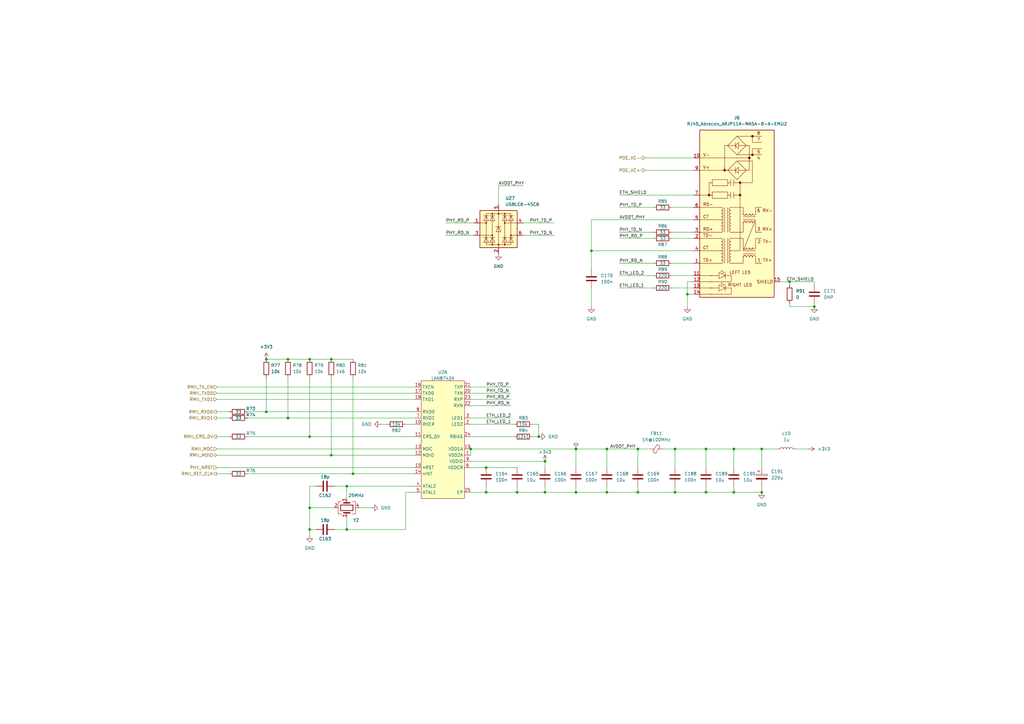
<source format=kicad_sch>
(kicad_sch (version 20211123) (generator eeschema)
  (paper "A3")
  (title_block (title "Kirdy") (date "2022-07-03") (rev "r0.1") (company "M-Labs") (comment 1 "Alex Wong Tat Hang"))
  (lib_symbols
    (symbol "Connector:RJ45_Abracon_ARJP11A-MASA-B-A-EMU2" (pin_names (offset 1.016) hide)
      (property "Reference" "J" (at 0 -38.1 0))
      (property "Value" "RJ45_Abracon_ARJP11A-MASA-B-A-EMU2" (at 0 -35.56 0))
      (symbol "RJ45_Abracon_ARJP11A-MASA-B-A-EMU2_0_0"
        (rectangle (start -15.24 -34.29) (end 15.24 34.29) (stroke (width 0.254)) (fill (type background)))
        (rectangle (start -3.81 8.89) (end -10.16 6.35))
        (polyline (pts (xy -15.24 -33.02) (xy -10.16 -33.02)))
        (polyline (pts (xy -15.24 -30.48) (xy -10.16 -30.48)))
        (polyline (pts (xy -15.24 -27.94) (xy -10.16 -27.94)))
        (polyline (pts (xy -15.24 -25.4) (xy -10.16 -25.4)))
        (polyline (pts (xy -15.24 -20.32) (xy -10.16 -20.32)))
        (polyline (pts (xy -15.24 -15.24) (xy -10.16 -15.24)))
        (polyline (pts (xy -15.24 -10.16) (xy -10.16 -10.16)))
        (polyline (pts (xy -15.24 -7.62) (xy -10.16 -7.62)))
        (polyline (pts (xy -15.24 -2.54) (xy -10.16 -2.54)))
        (polyline (pts (xy -15.24 2.54) (xy -10.16 2.54)))
        (polyline (pts (xy -15.24 22.86) (xy 5.08 22.86)))
        (polyline (pts (xy -11.43 7.62) (xy -15.24 7.62)))
        (polyline (pts (xy -11.176 -25.4) (xy -7.366 -25.4)))
        (polyline (pts (xy -10.16 7.62) (xy -11.43 7.62)))
        (polyline (pts (xy -5.08 17.78) (xy -15.24 17.78)))
        (polyline (pts (xy -5.08 17.78) (xy -3.81 17.78)))
        (polyline (pts (xy -5.08 19.05) (xy -5.08 17.78)))
        (polyline (pts (xy -3.81 7.62) (xy -2.54 7.62)))
        (polyline (pts (xy -3.81 12.7) (xy -2.54 12.7)))
        (polyline (pts (xy -2.54 8.89) (xy -2.54 6.35)))
        (polyline (pts (xy -1.27 8.89) (xy -1.27 6.35)))
        (polyline (pts (xy -1.27 13.97) (xy -1.27 11.43)))
        (polyline (pts (xy 0 21.59) (xy 6.35 21.59)))
        (polyline (pts (xy 0 24.13) (xy 10.16 24.13)))
        (polyline (pts (xy 0 31.75) (xy 10.16 31.75)))
        (polyline (pts (xy 1.27 10.16) (xy 1.27 12.7)))
        (polyline (pts (xy -10.16 12.7) (xy -11.43 12.7) (xy -11.43 7.62)))
        (polyline (pts (xy -3.81 27.94) (xy -5.08 27.94) (xy -5.08 17.78)))
        (polyline (pts (xy -1.27 12.7) (xy 0 12.7) (xy 1.27 12.7)))
        (polyline (pts (xy 1.27 12.7) (xy 6.35 12.7) (xy 6.35 21.59)))
        (polyline (pts (xy 6.35 24.13) (xy 6.35 26.67) (xy 10.16 26.67)))
        (polyline (pts (xy 6.35 31.75) (xy 6.35 29.21) (xy 10.16 29.21)))
        (polyline (pts (xy -4.826 -25.4) (xy -2.286 -25.4) (xy -2.286 -27.94) (xy -11.176 -27.94)))
        (polyline (pts (xy -2.54 -15.24) (xy -1.27 -15.24) (xy 1.27 -15.24) (xy 1.27 10.16)))
        (polyline (pts (xy 3.81 17.78) (xy 5.08 17.78) (xy 5.08 27.94) (xy 3.81 27.94)))
        (polyline (pts (xy -3.81 17.78) (xy 0 13.97) (xy 3.81 17.78) (xy 0 21.59) (xy -3.81 17.78)))
        (circle (center 1.27 7.62) (radius 0.0001) (stroke (width 0.508)))
        (text "1 TX+" (at 11.43 -19.05 0) (effects (font (size 1.27 1.27))))
        (text "2 TX-" (at 11.43 -11.43 0) (effects (font (size 1.27 1.27))))
        (text "3 RX+" (at 11.43 -6.35 0) (effects (font (size 1.27 1.27))))
        (text "4" (at 8.89 22.86 0) (effects (font (size 1.27 1.27))))
        (text "5" (at 8.89 25.4 0) (effects (font (size 1.27 1.27))))
        (text "6 RX-" (at 11.43 1.27 0) (effects (font (size 1.27 1.27))))
        (text "7" (at 8.89 30.48 0) (effects (font (size 1.27 1.27))))
        (text "8" (at 8.89 33.02 0) (effects (font (size 1.27 1.27))))
        (text "CT" (at -13.97 -1.27 0) (effects (font (size 1.27 1.27)) (justify left)))
        (text "LEFT LED" (at 1.27 -24.13 0) (effects (font (size 1.27 1.27))))
        (text "RD-" (at -13.97 3.81 0) (effects (font (size 1.27 1.27)) (justify left)))
        (text "SHIELD" (at 11.43 -27.94 0) (effects (font (size 1.27 1.27))))
        (text "V+" (at -13.97 19.05 0) (effects (font (size 1.27 1.27)) (justify left)))
        (text "V-" (at -13.97 24.13 0) (effects (font (size 1.27 1.27)) (justify left)))
      )
      (symbol "RJ45_Abracon_ARJP11A-MASA-B-A-EMU2_0_1"
        (arc (start -6.35 -16.51) (mid -5.715 -15.875) (end -6.35 -15.24))
        (arc (start -6.35 -15.24) (mid -5.715 -14.605) (end -6.35 -13.97))
        (arc (start -6.35 -13.97) (mid -6.35 -16.51) (end -6.35 -13.97))
        (arc (start -6.35 -11.43) (mid -5.715 -10.795) (end -6.35 -10.16))
        (polyline (pts (xy -6.35 -20.32) (xy -10.16 -20.32)))
        (polyline (pts (xy -6.35 -15.24) (xy -10.16 -15.24)))
        (polyline (pts (xy -6.35 -10.16) (xy -10.16 -10.16)))
        (polyline (pts (xy -6.35 -7.62) (xy -10.16 -7.62)))
        (polyline (pts (xy -6.35 -2.54) (xy -10.16 -2.54)))
        (polyline (pts (xy -6.35 2.54) (xy -10.16 2.54)))
        (polyline (pts (xy -6.096 -28.448) (xy -6.35 -28.448)))
        (polyline (pts (xy -5.334 -28.956) (xy -5.588 -28.956)))
        (polyline (pts (xy -4.826 -24.13) (xy -4.826 -26.67)))
        (polyline (pts (xy -1.27 7.62) (xy 1.27 7.62)))
        (polyline (pts (xy -0.635 17.78) (xy -3.81 17.78)))
        (polyline (pts (xy -0.635 19.05) (xy -0.635 16.51)))
        (polyline (pts (xy 0.635 17.78) (xy 3.81 17.78)))
        (polyline (pts (xy -6.604 -28.956) (xy -6.096 -28.448) (xy -6.096 -28.702)))
        (polyline (pts (xy -5.842 -29.464) (xy -5.334 -28.956) (xy -5.334 -29.21)))
        (polyline (pts (xy -7.366 -24.13) (xy -7.366 -26.67) (xy -4.826 -25.4) (xy -7.366 -24.13)))
        (polyline (pts (xy 0.635 19.05) (xy 0.635 16.51) (xy -0.635 17.78) (xy 0.635 19.05)))
      )
      (symbol "RJ45_Abracon_ARJP11A-MASA-B-A-EMU2_1_1"
        (circle (center -11.43 7.62) (radius 0.0001) (stroke (width 0.508)))
        (arc (start -6.35 -20.32) (mid -5.715 -19.685) (end -6.35 -19.05))
        (arc (start -6.35 -19.05) (mid -5.715 -18.415) (end -6.35 -17.78))
        (arc (start -6.35 -17.78) (mid -6.35 -20.32) (end -6.35 -17.78))
        (arc (start -6.35 -17.78) (mid -5.715 -17.145) (end -6.35 -16.51))
        (arc (start -6.35 -13.97) (mid -5.715 -13.335) (end -6.35 -12.7))
        (arc (start -6.35 -12.7) (mid -5.715 -12.065) (end -6.35 -11.43))
        (arc (start -6.35 -7.62) (mid -5.715 -6.985) (end -6.35 -6.35))
        (arc (start -6.35 -6.35) (mid -5.715 -5.715) (end -6.35 -5.08))
        (arc (start -6.35 -5.08) (mid -6.35 -7.62) (end -6.35 -5.08))
        (arc (start -6.35 -5.08) (mid -5.715 -4.445) (end -6.35 -3.81))
        (arc (start -6.35 -3.81) (mid -6.35 -6.35) (end -6.35 -3.81))
        (arc (start -6.35 -3.81) (mid -5.715 -3.175) (end -6.35 -2.54))
        (arc (start -6.35 -2.54) (mid -5.715 -1.905) (end -6.35 -1.27))
        (arc (start -6.35 -1.27) (mid -5.715 -0.635) (end -6.35 0))
        (arc (start -6.35 0) (mid -5.715 0.635) (end -6.35 1.27))
        (arc (start -6.35 1.27) (mid -6.35 -1.27) (end -6.35 1.27))
        (arc (start -6.35 1.27) (mid -5.715 1.905) (end -6.35 2.54))
        (circle (center -5.08 17.78) (radius 0.0001) (stroke (width 0.508)))
        (rectangle (start -3.81 13.97) (end -10.16 11.43))
        (arc (start -2.54 -19.05) (mid -3.175 -19.685) (end -2.54 -20.32))
        (arc (start -2.54 -19.05) (mid -2.54 -16.51) (end -2.54 -19.05))
        (arc (start -2.54 -17.78) (mid -3.175 -18.415) (end -2.54 -19.05))
        (arc (start -2.54 -16.51) (mid -3.175 -17.145) (end -2.54 -17.78))
        (arc (start -2.54 -15.24) (mid -3.175 -15.875) (end -2.54 -16.51))
        (arc (start -2.54 -15.24) (mid -2.54 -12.7) (end -2.54 -15.24))
        (arc (start -2.54 -13.97) (mid -3.175 -14.605) (end -2.54 -15.24))
        (arc (start -2.54 -12.7) (mid -3.175 -13.335) (end -2.54 -13.97))
        (arc (start -2.54 -11.43) (mid -3.175 -12.065) (end -2.54 -12.7))
        (arc (start -2.54 -10.16) (mid -3.175 -10.795) (end -2.54 -11.43))
        (arc (start -2.54 -6.35) (mid -3.175 -6.985) (end -2.54 -7.62))
        (arc (start -2.54 -6.35) (mid -2.54 -3.81) (end -2.54 -6.35))
        (arc (start -2.54 -5.08) (mid -3.175 -5.715) (end -2.54 -6.35))
        (arc (start -2.54 -3.81) (mid -3.175 -4.445) (end -2.54 -5.08))
        (arc (start -2.54 -3.81) (mid -2.54 -1.27) (end -2.54 -3.81))
        (arc (start -2.54 -2.54) (mid -3.175 -3.175) (end -2.54 -3.81))
        (arc (start -2.54 -1.27) (mid -3.175 -1.905) (end -2.54 -2.54))
        (arc (start -2.54 0) (mid -3.175 -0.635) (end -2.54 -1.27))
        (arc (start -2.54 0) (mid -2.54 2.54) (end -2.54 0))
        (arc (start -2.54 1.27) (mid -3.175 0.635) (end -2.54 0))
        (arc (start -2.54 2.54) (mid -3.175 1.905) (end -2.54 1.27))
        (polyline (pts (xy -11.176 -30.48) (xy -7.366 -30.48)))
        (polyline (pts (xy -6.096 -23.368) (xy -6.35 -23.368)))
        (polyline (pts (xy -5.334 -23.876) (xy -5.588 -23.876)))
        (polyline (pts (xy -5.08 -10.16) (xy -5.08 -20.32)))
        (polyline (pts (xy -5.08 2.54) (xy -5.08 -7.62)))
        (polyline (pts (xy -4.826 -29.21) (xy -4.826 -31.75)))
        (polyline (pts (xy -3.81 -20.32) (xy -3.81 -10.16)))
        (polyline (pts (xy -3.81 -7.62) (xy -3.81 2.54)))
        (polyline (pts (xy -2.54 13.97) (xy -2.54 11.43)))
        (polyline (pts (xy -0.635 27.94) (xy -3.81 27.94)))
        (polyline (pts (xy -0.635 29.21) (xy -0.635 26.67)))
        (polyline (pts (xy 0.635 27.94) (xy 3.81 27.94)))
        (polyline (pts (xy 2.54 -16.51) (xy 7.62 -16.51)))
        (polyline (pts (xy 2.54 -15.24) (xy 7.62 -2.54)))
        (polyline (pts (xy 2.54 -2.54) (xy 7.62 -2.54)))
        (polyline (pts (xy 7.62 -15.24) (xy 2.54 -15.24)))
        (polyline (pts (xy 7.62 -1.27) (xy 2.54 -1.27)))
        (polyline (pts (xy -6.604 -23.876) (xy -6.096 -23.368) (xy -6.096 -23.622)))
        (polyline (pts (xy -5.842 -24.384) (xy -5.334 -23.876) (xy -5.334 -24.13)))
        (polyline (pts (xy -2.54 -10.16) (xy 2.54 -10.16) (xy 2.54 -13.97)))
        (polyline (pts (xy -2.54 -7.62) (xy 2.54 -7.62) (xy 2.54 -3.81)))
        (polyline (pts (xy -2.54 2.54) (xy 2.54 2.54) (xy 2.54 0)))
        (polyline (pts (xy 2.54 -17.78) (xy 2.54 -20.32) (xy -2.54 -20.32)))
        (polyline (pts (xy 7.62 -17.78) (xy 7.62 -20.32) (xy 10.16 -20.32)))
        (polyline (pts (xy 7.62 -13.97) (xy 7.62 -10.16) (xy 10.16 -10.16)))
        (polyline (pts (xy 7.62 -3.81) (xy 7.62 -7.62) (xy 10.16 -7.62)))
        (polyline (pts (xy 7.62 0) (xy 7.62 2.54) (xy 10.16 2.54)))
        (polyline (pts (xy -7.366 -29.21) (xy -7.366 -31.75) (xy -4.826 -30.48) (xy -7.366 -29.21)))
        (polyline (pts (xy -4.826 -30.48) (xy -2.286 -30.48) (xy -2.286 -33.02) (xy -11.176 -33.02)))
        (polyline (pts (xy 0.635 29.21) (xy 0.635 26.67) (xy -0.635 27.94) (xy 0.635 29.21)))
        (polyline (pts (xy -3.81 27.94) (xy 0 24.13) (xy 3.81 27.94) (xy 0 31.75) (xy -3.81 27.94)))
        (circle (center 1.27 12.7) (radius 0.0001) (stroke (width 0.508)))
        (arc (start 2.54 -17.78) (mid 5.08 -17.78) (end 2.54 -17.78))
        (arc (start 2.54 -13.97) (mid 3.175 -14.605) (end 3.81 -13.97))
        (arc (start 2.54 -13.97) (mid 3.175 -14.605) (end 3.81 -13.97))
        (arc (start 2.54 -3.81) (mid 5.08 -3.81) (end 2.54 -3.81))
        (arc (start 2.54 0) (mid 3.175 -0.635) (end 3.81 0))
        (arc (start 2.54 0) (mid 3.175 -0.635) (end 3.81 0))
        (arc (start 3.81 -17.78) (mid 3.175 -17.145) (end 2.54 -17.78))
        (arc (start 3.81 -17.78) (mid 3.175 -17.145) (end 2.54 -17.78))
        (arc (start 3.81 -13.97) (mid 1.27 -13.97) (end 3.81 -13.97))
        (arc (start 3.81 -13.97) (mid 4.445 -14.605) (end 5.08 -13.97))
        (arc (start 3.81 -3.81) (mid 3.175 -3.175) (end 2.54 -3.81))
        (arc (start 3.81 -3.81) (mid 3.175 -3.175) (end 2.54 -3.81))
        (arc (start 3.81 0) (mid 1.27 0) (end 3.81 0))
        (arc (start 3.81 0) (mid 4.445 -0.635) (end 5.08 0))
        (arc (start 5.08 -17.78) (mid 4.445 -17.145) (end 3.81 -17.78))
        (arc (start 5.08 -17.78) (mid 7.62 -17.78) (end 5.08 -17.78))
        (arc (start 5.08 -13.97) (mid 5.715 -14.605) (end 6.35 -13.97))
        (arc (start 5.08 -13.97) (mid 5.715 -14.605) (end 6.35 -13.97))
        (arc (start 5.08 -3.81) (mid 4.445 -3.175) (end 3.81 -3.81))
        (arc (start 5.08 -3.81) (mid 7.62 -3.81) (end 5.08 -3.81))
        (arc (start 5.08 0) (mid 5.715 -0.635) (end 6.35 0))
        (arc (start 5.08 0) (mid 5.715 -0.635) (end 6.35 0))
        (circle (center 5.08 22.86) (radius 0.0001) (stroke (width 0.508)))
        (circle (center 5.08 22.86) (radius 0.0001) (stroke (width 0.508)))
        (arc (start 6.35 -17.78) (mid 5.715 -17.145) (end 5.08 -17.78))
        (arc (start 6.35 -17.78) (mid 5.715 -17.145) (end 5.08 -17.78))
        (arc (start 6.35 -13.97) (mid 3.81 -13.97) (end 6.35 -13.97))
        (arc (start 6.35 -13.97) (mid 6.985 -14.605) (end 7.62 -13.97))
        (arc (start 6.35 -3.81) (mid 5.715 -3.175) (end 5.08 -3.81))
        (arc (start 6.35 -3.81) (mid 5.715 -3.175) (end 5.08 -3.81))
        (arc (start 6.35 0) (mid 3.81 0) (end 6.35 0))
        (arc (start 6.35 0) (mid 6.985 -0.635) (end 7.62 0))
        (circle (center 6.35 24.13) (radius 0.0001) (stroke (width 0.508)))
        (circle (center 6.35 31.75) (radius 0.0001) (stroke (width 0.508)))
        (arc (start 7.62 -17.78) (mid 6.985 -17.145) (end 6.35 -17.78))
        (arc (start 7.62 -3.81) (mid 6.985 -3.175) (end 6.35 -3.81))
        (text "CT" (at -13.97 -13.97 0) (effects (font (size 1.27 1.27)) (justify left)))
        (text "RD+" (at -13.97 -6.35 0) (effects (font (size 1.27 1.27)) (justify left)))
        (text "RIGHT LED" (at 1.27 -29.21 0) (effects (font (size 1.27 1.27))))
        (text "TD+" (at -13.97 -19.05 0) (effects (font (size 1.27 1.27)) (justify left)))
        (text "TD-" (at -13.97 -8.89 0) (effects (font (size 1.27 1.27)) (justify left)))
        (pin passive line (at -17.78 -20.32 0) (length 2.54) (name "TD+") (number "1"))
        (pin power_out line (at -17.78 22.86 0) (length 2.54) (name "V-") (number "10"))
        (pin passive line (at -17.78 -25.4 0) (length 2.54) (name "LLED+") (number "11"))
        (pin passive line (at -17.78 -27.94 0) (length 2.54) (name "LLED-") (number "12"))
        (pin passive line (at -17.78 -30.48 0) (length 2.54) (name "RLED+") (number "13"))
        (pin passive line (at -17.78 -33.02 0) (length 2.54) (name "RLED-") (number "14"))
        (pin passive line (at 17.78 -27.94 180) (length 2.54) (name "SHIELD") (number "15"))
        (pin passive line (at -17.78 -10.16 0) (length 2.54) (name "TD-") (number "2"))
        (pin passive line (at -17.78 -7.62 0) (length 2.54) (name "RD+") (number "3"))
        (pin passive line (at -17.78 -15.24 0) (length 2.54) (name "CT") (number "4"))
        (pin passive line (at -17.78 -2.54 0) (length 2.54) (name "CT") (number "5"))
        (pin passive line (at -17.78 2.54 0) (length 2.54) (name "RD-") (number "6"))
        (pin passive line (at -17.78 7.62 0) (length 2.54) (name "7") (number "7"))
        (pin power_out line (at -17.78 17.78 0) (length 2.54) (name "V+") (number "9"))
      )
    )
    (symbol "Device:C" (pin_numbers hide) (pin_names (offset 0.254))
      (property "Reference" "C" (at 0.635 2.54 0))
      (property "Value" "C" (at 0.635 -2.54 0))
      (symbol "C_0_1"
        (polyline (pts (xy -2.032 -0.762) (xy 2.032 -0.762)) (stroke (width 0.508)))
        (polyline (pts (xy -2.032 0.762) (xy 2.032 0.762)) (stroke (width 0.508)))
      )
      (symbol "C_1_1"
        (pin passive line (at 0 3.81 270) (length 2.794) (name "~") (number "1"))
        (pin passive line (at 0 -3.81 90) (length 2.794) (name "~") (number "2"))
      )
    )
    (symbol "Device:C_Polarized" (pin_numbers hide) (pin_names (offset 0.254))
      (property "Reference" "C" (at 0.635 2.54 0))
      (property "Value" "C_Polarized" (at 0.635 -2.54 0))
      (symbol "C_Polarized_0_1"
        (rectangle (start -2.286 0.508) (end 2.286 1.016))
        (polyline (pts (xy -1.778 2.286) (xy -0.762 2.286)))
        (polyline (pts (xy -1.27 2.794) (xy -1.27 1.778)))
        (rectangle (start 2.286 -0.508) (end -2.286 -1.016) (fill (type outline)))
      )
      (symbol "C_Polarized_1_1"
        (pin passive line (at 0 3.81 270) (length 2.794) (name "~") (number "1"))
        (pin passive line (at 0 -3.81 90) (length 2.794) (name "~") (number "2"))
      )
    )
    (symbol "Device:Crystal_GND24" (pin_names (offset 1.016) hide)
      (property "Reference" "Y" (at 3.175 5.08 0))
      (property "Value" "Crystal_GND24" (at 3.175 3.175 0))
      (symbol "Crystal_GND24_0_1"
        (rectangle (start -1.143 2.54) (end 1.143 -2.54) (stroke (width 0.3048)))
        (polyline (pts (xy -2.54 0) (xy -2.032 0)))
        (polyline (pts (xy -2.032 -1.27) (xy -2.032 1.27)) (stroke (width 0.508)))
        (polyline (pts (xy 0 -3.81) (xy 0 -3.556)))
        (polyline (pts (xy 0 3.556) (xy 0 3.81)))
        (polyline (pts (xy 2.032 -1.27) (xy 2.032 1.27)) (stroke (width 0.508)))
        (polyline (pts (xy 2.032 0) (xy 2.54 0)))
        (polyline (pts (xy -2.54 -2.286) (xy -2.54 -3.556) (xy 2.54 -3.556) (xy 2.54 -2.286)))
        (polyline (pts (xy -2.54 2.286) (xy -2.54 3.556) (xy 2.54 3.556) (xy 2.54 2.286)))
      )
      (symbol "Crystal_GND24_1_1"
        (pin passive line (at -3.81 0 0) (length 1.27) (name "1") (number "1"))
        (pin passive line (at 0 5.08 270) (length 1.27) (name "2") (number "2"))
        (pin passive line (at 3.81 0 180) (length 1.27) (name "3") (number "3"))
        (pin passive line (at 0 -5.08 90) (length 1.27) (name "4") (number "4"))
      )
    )
    (symbol "Device:FerriteBead_Small" (pin_numbers hide) (pin_names (offset 0))
      (property "Reference" "FB" (at 1.905 1.27 0))
      (property "Value" "FerriteBead_Small" (at 1.905 -1.27 0))
      (symbol "FerriteBead_Small_0_1"
        (polyline (pts (xy 0 -1.27) (xy 0 -0.7874)))
        (polyline (pts (xy 0 0.889) (xy 0 1.2954)))
        (polyline (pts (xy -1.8288 0.2794) (xy -1.1176 1.4986) (xy 1.8288 -0.2032) (xy 1.1176 -1.4224) (xy -1.8288 0.2794)))
      )
      (symbol "FerriteBead_Small_1_1"
        (pin passive line (at 0 2.54 270) (length 1.27) (name "~") (number "1"))
        (pin passive line (at 0 -2.54 90) (length 1.27) (name "~") (number "2"))
      )
    )
    (symbol "Device:L" (pin_numbers hide) (pin_names (offset 1.016) hide)
      (property "Reference" "L" (at -1.27 0 90))
      (property "Value" "L" (at 1.905 0 90))
      (symbol "L_0_1"
        (arc (start 0 -2.54) (mid 0.635 -1.905) (end 0 -1.27))
        (arc (start 0 -1.27) (mid 0.635 -0.635) (end 0 0))
        (arc (start 0 0) (mid 0.635 0.635) (end 0 1.27))
        (arc (start 0 1.27) (mid 0.635 1.905) (end 0 2.54))
      )
      (symbol "L_1_1"
        (pin passive line (at 0 3.81 270) (length 1.27) (name "1") (number "1"))
        (pin passive line (at 0 -3.81 90) (length 1.27) (name "2") (number "2"))
      )
    )
    (symbol "Device:R" (pin_numbers hide) (pin_names (offset 0))
      (property "Reference" "R" (at 2.032 0 90))
      (property "Value" "R" (at 0 0 90))
      (symbol "R_0_1"
        (rectangle (start -1.016 -2.54) (end 1.016 2.54) (stroke (width 0.254)))
      )
      (symbol "R_1_1"
        (pin passive line (at 0 3.81 270) (length 1.27) (name "~") (number "1"))
        (pin passive line (at 0 -3.81 90) (length 1.27) (name "~") (number "2"))
      )
    )
    (symbol "Power_Protection:USBLC6-4SC6" (pin_names hide)
      (property "Reference" "U" (at 2.54 8.89 0))
      (property "Value" "USBLC6-4SC6" (at 2.54 -8.89 0))
      (symbol "USBLC6-4SC6_0_1"
        (rectangle (start -7.62 -7.62) (end 7.62 7.62) (stroke (width 0.254)) (fill (type background)))
        (circle (center -5.08 2.54) (radius 0.254) (fill (type outline)))
        (circle (center -2.54 -6.35) (radius 0.254) (fill (type outline)))
        (circle (center -2.54 -2.54) (radius 0.254) (fill (type outline)))
        (circle (center -2.54 6.35) (radius 0.254) (fill (type outline)))
        (rectangle (start -2.54 6.35) (end 2.54 -6.35))
        (circle (center 0 -6.35) (radius 0.254) (fill (type outline)))
        (polyline (pts (xy -5.08 2.54) (xy -7.62 2.54)))
        (polyline (pts (xy -4.064 -3.429) (xy -6.096 -3.429)))
        (polyline (pts (xy -4.064 5.461) (xy -6.096 5.461)))
        (polyline (pts (xy -2.54 -2.54) (xy -7.62 -2.54)))
        (polyline (pts (xy -1.524 -3.429) (xy -3.556 -3.429)))
        (polyline (pts (xy -1.524 5.461) (xy -3.556 5.461)))
        (polyline (pts (xy 0 -7.62) (xy 0 -6.35)))
        (polyline (pts (xy 0 -6.35) (xy 0 1.27)))
        (polyline (pts (xy 0 1.27) (xy 0 6.35)))
        (polyline (pts (xy 0 6.35) (xy 0 7.62)))
        (polyline (pts (xy 1.524 -3.429) (xy 3.556 -3.429)))
        (polyline (pts (xy 1.524 5.461) (xy 3.556 5.461)))
        (polyline (pts (xy 2.54 2.54) (xy 7.62 2.54)))
        (polyline (pts (xy 4.064 -3.429) (xy 6.096 -3.429)))
        (polyline (pts (xy 4.064 5.461) (xy 6.096 5.461)))
        (polyline (pts (xy 5.08 -2.54) (xy 7.62 -2.54)))
        (polyline (pts (xy -6.096 -5.461) (xy -4.064 -5.461) (xy -5.08 -3.429) (xy -6.096 -5.461)))
        (polyline (pts (xy -6.096 3.429) (xy -4.064 3.429) (xy -5.08 5.461) (xy -6.096 3.429)))
        (polyline (pts (xy -3.556 -5.461) (xy -1.524 -5.461) (xy -2.54 -3.429) (xy -3.556 -5.461)))
        (polyline (pts (xy -3.556 3.429) (xy -1.524 3.429) (xy -2.54 5.461) (xy -3.556 3.429)))
        (polyline (pts (xy -2.54 6.35) (xy -5.08 6.35) (xy -5.08 -6.35) (xy -2.54 -6.35)))
        (polyline (pts (xy -1.016 -1.016) (xy 1.016 -1.016) (xy 0 1.016) (xy -1.016 -1.016)))
        (polyline (pts (xy 1.016 1.016) (xy 0.762 1.016) (xy -1.016 1.016) (xy -1.016 0.508)))
        (polyline (pts (xy 2.54 6.35) (xy 5.08 6.35) (xy 5.08 -6.35) (xy 2.54 -6.35)))
        (polyline (pts (xy 3.556 -5.461) (xy 1.524 -5.461) (xy 2.54 -3.429) (xy 3.556 -5.461)))
        (polyline (pts (xy 3.556 3.429) (xy 1.524 3.429) (xy 2.54 5.461) (xy 3.556 3.429)))
        (polyline (pts (xy 6.096 -5.461) (xy 4.064 -5.461) (xy 5.08 -3.429) (xy 6.096 -5.461)))
        (polyline (pts (xy 6.096 3.429) (xy 4.064 3.429) (xy 5.08 5.461) (xy 6.096 3.429)))
        (circle (center 0 6.35) (radius 0.254) (fill (type outline)))
        (circle (center 2.54 -6.35) (radius 0.254) (fill (type outline)))
        (circle (center 2.54 2.54) (radius 0.254) (fill (type outline)))
        (circle (center 2.54 6.35) (radius 0.254) (fill (type outline)))
        (circle (center 5.08 -2.54) (radius 0.254) (fill (type outline)))
      )
      (symbol "USBLC6-4SC6_1_1"
        (pin passive line (at -10.16 2.54 0) (length 2.54) (name "I/O1") (number "1"))
        (pin passive line (at 0 -10.16 90) (length 2.54) (name "GND") (number "2"))
        (pin passive line (at -10.16 -2.54 0) (length 2.54) (name "I/O2") (number "3"))
        (pin passive line (at 10.16 2.54 180) (length 2.54) (name "I/O3") (number "4"))
        (pin passive line (at 0 10.16 270) (length 2.54) (name "VBUS") (number "5"))
        (pin passive line (at 10.16 -2.54 180) (length 2.54) (name "I/O4") (number "6"))
      )
    )
    (symbol "kirdy:LAN8742A"
      (property "Reference" "U" (at 0 -30.48 0))
      (property "Value" "LAN8742A" (at 0 -27.94 0))
      (symbol "LAN8742A_0_0"
        (pin power_in line (at 10.16 -7.62 180) (length 2.54) (name "VDD2A") (number "1"))
        (pin bidirectional line (at -12.7 5.08 0) (length 2.54) (name "RXER") (number "10"))
        (pin output line (at -12.7 0 0) (length 2.54) (name "CRS_DV") (number "11"))
        (pin bidirectional line (at -12.7 -7.62 0) (length 2.54) (name "MDIO") (number "12"))
        (pin input line (at -12.7 -5.08 0) (length 2.54) (name "MDC") (number "13"))
        (pin output line (at -12.7 -15.24 0) (length 2.54) (name "nINT") (number "14"))
        (pin input line (at -12.7 -12.7 0) (length 2.54) (name "nRST") (number "15"))
        (pin input line (at -12.7 20.32 0) (length 2.54) (name "TXEN") (number "16"))
        (pin input line (at -12.7 17.78 0) (length 2.54) (name "TXD0") (number "17"))
        (pin input line (at -12.7 15.24 0) (length 2.54) (name "TXD1") (number "18"))
        (pin power_in line (at 10.16 -5.08 180) (length 2.54) (name "VDD1A") (number "19"))
        (pin output line (at 10.16 5.08 180) (length 2.54) (name "LED2") (number "2"))
        (pin bidirectional line (at 10.16 17.78 180) (length 2.54) (name "TXN") (number "20"))
        (pin bidirectional line (at 10.16 20.32 180) (length 2.54) (name "TXP") (number "21"))
        (pin bidirectional line (at 10.16 12.7 180) (length 2.54) (name "RXN") (number "22"))
        (pin bidirectional line (at 10.16 15.24 180) (length 2.54) (name "RXP") (number "23"))
        (pin passive line (at 10.16 0 180) (length 2.54) (name "RBIAS") (number "24"))
        (pin power_in line (at 10.16 -22.86 180) (length 2.54) (name "EP") (number "25"))
        (pin output line (at 10.16 7.62 180) (length 2.54) (name "LED1") (number "3"))
        (pin input line (at -12.7 -20.32 0) (length 2.54) (name "XTAL2") (number "4"))
        (pin input line (at -12.7 -22.86 0) (length 2.54) (name "XTAL1") (number "5"))
        (pin passive line (at 10.16 -12.7 180) (length 2.54) (name "VDDCR") (number "6"))
        (pin output line (at -12.7 7.62 0) (length 2.54) (name "RXD1") (number "7"))
        (pin output line (at -12.7 10.16 0) (length 2.54) (name "RXD0") (number "8"))
        (pin power_in line (at 10.16 -10.16 180) (length 2.54) (name "VDDIO") (number "9"))
      )
      (symbol "LAN8742A_0_1"
        (rectangle (start -10.16 22.86) (end 7.62 -25.4) (fill (type background)))
      )
    )
    (symbol "power:+3V3" (power) (pin_names (offset 0))
      (property "Value" "+3V3" (at 0 3.556 0))
      (symbol "+3V3_0_1"
        (polyline (pts (xy -0.762 1.27) (xy 0 2.54)))
        (polyline (pts (xy 0 0) (xy 0 2.54)))
        (polyline (pts (xy 0 2.54) (xy 0.762 1.27)))
      )
      (symbol "+3V3_1_1"
        (pin power_in line (at 0 0 90) (length 0) hide (name "+3V3") (number "1"))
      )
    )
    (symbol "power:GND" (power) (pin_names (offset 0))
      (property "Value" "GND" (at 0 -3.81 0))
      (symbol "GND_0_1"
        (polyline (pts (xy 0 0) (xy 0 -1.27) (xy 1.27 -1.27) (xy 0 -2.54) (xy -1.27 -1.27) (xy 0 -1.27)))
      )
      (symbol "GND_1_1"
        (pin power_in line (at 0 0 270) (length 0) hide (name "GND") (number "1"))
      )
    )
    (symbol "power:PWR_FLAG" (power) (pin_numbers hide) (pin_names (offset 0) hide)
      (property "Value" "PWR_FLAG" (at 0 3.81 0))
      (symbol "PWR_FLAG_0_0"
        (pin power_out line (at 0 0 90) (length 0) (name "pwr") (number "1"))
      )
      (symbol "PWR_FLAG_0_1"
        (polyline (pts (xy 0 0) (xy 0 1.27) (xy -1.016 1.905) (xy 0 2.54) (xy 1.016 1.905) (xy 0 1.27)))
      )
    )
  )
  (junction (at 312.42 184.15))
  (junction (at 223.52 201.93))
  (junction (at 127 217.17))
  (junction (at 334.01 125.73))
  (junction (at 109.22 168.91))
  (junction (at 281.94 120.65))
  (junction (at 300.99 201.93))
  (junction (at 135.89 147.32))
  (junction (at 300.99 184.15))
  (junction (at 236.22 184.15))
  (junction (at 135.89 186.69))
  (junction (at 212.09 201.93))
  (junction (at 248.92 184.15))
  (junction (at 127 147.32))
  (junction (at 109.22 147.32))
  (junction (at 289.56 184.15))
  (junction (at 118.11 171.45))
  (junction (at 144.78 194.31))
  (junction (at 242.57 102.87))
  (junction (at 323.85 115.57))
  (junction (at 312.42 201.93))
  (junction (at 220.98 179.07))
  (junction (at 236.22 201.93))
  (junction (at 276.86 201.93))
  (junction (at 199.39 201.93))
  (junction (at 127 208.28))
  (junction (at 261.62 201.93))
  (junction (at 142.24 217.17))
  (junction (at 199.39 191.77))
  (junction (at 276.86 184.15))
  (junction (at 127 179.07))
  (junction (at 261.62 184.15))
  (junction (at 248.92 201.93))
  (junction (at 223.52 189.23))
  (junction (at 118.11 147.32))
  (junction (at 142.24 199.39))
  (junction (at 193.04 184.15))
  (junction (at 289.56 201.93))
  (wire (pts (xy 127 147.32) (xy 135.89 147.32)))
  (wire (pts (xy 289.56 184.15) (xy 300.99 184.15)))
  (wire (pts (xy 276.86 184.15) (xy 289.56 184.15)))
  (wire (pts (xy 88.9 186.69) (xy 135.89 186.69)))
  (wire (pts (xy 212.09 199.39) (xy 212.09 201.93)))
  (wire (pts (xy 254 95.25) (xy 267.97 95.25)))
  (wire (pts (xy 275.59 95.25) (xy 284.48 95.25)))
  (wire (pts (xy 323.85 115.57) (xy 323.85 116.84)))
  (wire (pts (xy 236.22 199.39) (xy 236.22 201.93)))
  (wire (pts (xy 193.04 179.07) (xy 210.82 179.07)))
  (wire (pts (xy 220.98 173.99) (xy 220.98 179.07)))
  (wire (pts (xy 193.04 166.37) (xy 209.55 166.37)))
  (wire (pts (xy 88.9 168.91) (xy 93.98 168.91)))
  (wire (pts (xy 236.22 201.93) (xy 248.92 201.93)))
  (wire (pts (xy 320.04 115.57) (xy 323.85 115.57)))
  (wire (pts (xy 109.22 154.94) (xy 109.22 168.91)))
  (wire (pts (xy 88.9 171.45) (xy 93.98 171.45)))
  (wire (pts (xy 182.88 96.52) (xy 194.31 96.52)))
  (wire (pts (xy 242.57 102.87) (xy 284.48 102.87)))
  (wire (pts (xy 127 154.94) (xy 127 179.07)))
  (wire (pts (xy 300.99 199.39) (xy 300.99 201.93)))
  (wire (pts (xy 281.94 115.57) (xy 281.94 120.65)))
  (wire (pts (xy 326.39 184.15) (xy 331.47 184.15)))
  (wire (pts (xy 289.56 201.93) (xy 276.86 201.93)))
  (wire (pts (xy 254 118.11) (xy 267.97 118.11)))
  (wire (pts (xy 127 208.28) (xy 137.16 208.28)))
  (wire (pts (xy 166.37 201.93) (xy 170.18 201.93)))
  (wire (pts (xy 242.57 125.73) (xy 242.57 118.11)))
  (wire (pts (xy 137.16 217.17) (xy 142.24 217.17)))
  (wire (pts (xy 312.42 199.39) (xy 312.42 201.93)))
  (wire (pts (xy 127 208.28) (xy 127 199.39)))
  (wire (pts (xy 323.85 125.73) (xy 334.01 125.73)))
  (wire (pts (xy 312.42 184.15) (xy 312.42 191.77)))
  (wire (pts (xy 182.88 91.44) (xy 194.31 91.44)))
  (wire (pts (xy 199.39 191.77) (xy 212.09 191.77)))
  (wire (pts (xy 142.24 199.39) (xy 170.18 199.39)))
  (wire (pts (xy 275.59 113.03) (xy 284.48 113.03)))
  (wire (pts (xy 144.78 194.31) (xy 170.18 194.31)))
  (wire (pts (xy 193.04 184.15) (xy 193.04 186.69)))
  (wire (pts (xy 147.32 208.28) (xy 152.4 208.28)))
  (wire (pts (xy 261.62 184.15) (xy 261.62 191.77)))
  (wire (pts (xy 264.16 69.85) (xy 284.48 69.85)))
  (wire (pts (xy 199.39 201.93) (xy 212.09 201.93)))
  (wire (pts (xy 289.56 199.39) (xy 289.56 201.93)))
  (wire (pts (xy 223.52 201.93) (xy 236.22 201.93)))
  (wire (pts (xy 118.11 171.45) (xy 170.18 171.45)))
  (wire (pts (xy 248.92 199.39) (xy 248.92 201.93)))
  (wire (pts (xy 88.9 194.31) (xy 93.98 194.31)))
  (wire (pts (xy 101.6 179.07) (xy 127 179.07)))
  (wire (pts (xy 218.44 179.07) (xy 220.98 179.07)))
  (wire (pts (xy 127 219.71) (xy 127 217.17)))
  (wire (pts (xy 261.62 201.93) (xy 261.62 199.39)))
  (wire (pts (xy 254 113.03) (xy 267.97 113.03)))
  (wire (pts (xy 193.04 158.75) (xy 209.55 158.75)))
  (wire (pts (xy 261.62 184.15) (xy 266.7 184.15)))
  (wire (pts (xy 88.9 184.15) (xy 170.18 184.15)))
  (wire (pts (xy 223.52 199.39) (xy 223.52 201.93)))
  (wire (pts (xy 248.92 184.15) (xy 261.62 184.15)))
  (wire (pts (xy 193.04 184.15) (xy 236.22 184.15)))
  (wire (pts (xy 242.57 102.87) (xy 242.57 110.49)))
  (wire (pts (xy 144.78 154.94) (xy 144.78 194.31)))
  (wire (pts (xy 88.9 179.07) (xy 93.98 179.07)))
  (wire (pts (xy 193.04 191.77) (xy 199.39 191.77)))
  (wire (pts (xy 88.9 191.77) (xy 170.18 191.77)))
  (wire (pts (xy 204.47 76.2) (xy 214.63 76.2)))
  (wire (pts (xy 276.86 184.15) (xy 276.86 191.77)))
  (wire (pts (xy 284.48 90.17) (xy 242.57 90.17)))
  (wire (pts (xy 88.9 158.75) (xy 170.18 158.75)))
  (wire (pts (xy 193.04 201.93) (xy 199.39 201.93)))
  (wire (pts (xy 166.37 173.99) (xy 170.18 173.99)))
  (wire (pts (xy 193.04 173.99) (xy 210.82 173.99)))
  (wire (pts (xy 127 217.17) (xy 129.54 217.17)))
  (wire (pts (xy 218.44 173.99) (xy 220.98 173.99)))
  (wire (pts (xy 289.56 184.15) (xy 289.56 191.77)))
  (wire (pts (xy 214.63 91.44) (xy 227.33 91.44)))
  (wire (pts (xy 275.59 85.09) (xy 284.48 85.09)))
  (wire (pts (xy 312.42 201.93) (xy 300.99 201.93)))
  (wire (pts (xy 118.11 147.32) (xy 127 147.32)))
  (wire (pts (xy 214.63 96.52) (xy 227.33 96.52)))
  (wire (pts (xy 127 199.39) (xy 129.54 199.39)))
  (wire (pts (xy 254 80.01) (xy 284.48 80.01)))
  (wire (pts (xy 281.94 125.73) (xy 281.94 120.65)))
  (wire (pts (xy 109.22 168.91) (xy 170.18 168.91)))
  (wire (pts (xy 142.24 217.17) (xy 166.37 217.17)))
  (wire (pts (xy 118.11 154.94) (xy 118.11 171.45)))
  (wire (pts (xy 300.99 201.93) (xy 289.56 201.93)))
  (wire (pts (xy 254 85.09) (xy 267.97 85.09)))
  (wire (pts (xy 276.86 199.39) (xy 276.86 201.93)))
  (wire (pts (xy 127 217.17) (xy 127 208.28)))
  (wire (pts (xy 275.59 118.11) (xy 284.48 118.11)))
  (wire (pts (xy 334.01 115.57) (xy 334.01 116.84)))
  (wire (pts (xy 193.04 189.23) (xy 223.52 189.23)))
  (wire (pts (xy 334.01 124.46) (xy 334.01 125.73)))
  (wire (pts (xy 135.89 186.69) (xy 170.18 186.69)))
  (wire (pts (xy 142.24 204.47) (xy 142.24 199.39)))
  (wire (pts (xy 127 179.07) (xy 170.18 179.07)))
  (wire (pts (xy 300.99 184.15) (xy 300.99 191.77)))
  (wire (pts (xy 236.22 184.15) (xy 236.22 191.77)))
  (wire (pts (xy 88.9 163.83) (xy 170.18 163.83)))
  (wire (pts (xy 276.86 201.93) (xy 261.62 201.93)))
  (wire (pts (xy 248.92 184.15) (xy 248.92 191.77)))
  (wire (pts (xy 135.89 147.32) (xy 144.78 147.32)))
  (wire (pts (xy 142.24 212.09) (xy 142.24 217.17)))
  (wire (pts (xy 275.59 97.79) (xy 284.48 97.79)))
  (wire (pts (xy 300.99 184.15) (xy 312.42 184.15)))
  (wire (pts (xy 166.37 217.17) (xy 166.37 201.93)))
  (wire (pts (xy 193.04 171.45) (xy 209.55 171.45)))
  (wire (pts (xy 271.78 184.15) (xy 276.86 184.15)))
  (wire (pts (xy 312.42 184.15) (xy 318.77 184.15)))
  (wire (pts (xy 101.6 168.91) (xy 109.22 168.91)))
  (wire (pts (xy 254 97.79) (xy 267.97 97.79)))
  (wire (pts (xy 101.6 171.45) (xy 118.11 171.45)))
  (wire (pts (xy 212.09 201.93) (xy 223.52 201.93)))
  (wire (pts (xy 193.04 161.29) (xy 209.55 161.29)))
  (wire (pts (xy 236.22 184.15) (xy 248.92 184.15)))
  (wire (pts (xy 281.94 120.65) (xy 284.48 120.65)))
  (wire (pts (xy 193.04 163.83) (xy 209.55 163.83)))
  (wire (pts (xy 275.59 107.95) (xy 284.48 107.95)))
  (wire (pts (xy 101.6 194.31) (xy 144.78 194.31)))
  (wire (pts (xy 137.16 199.39) (xy 142.24 199.39)))
  (wire (pts (xy 264.16 64.77) (xy 284.48 64.77)))
  (wire (pts (xy 204.47 76.2) (xy 204.47 83.82)))
  (wire (pts (xy 242.57 90.17) (xy 242.57 102.87)))
  (wire (pts (xy 248.92 201.93) (xy 261.62 201.93)))
  (wire (pts (xy 284.48 115.57) (xy 281.94 115.57)))
  (wire (pts (xy 323.85 115.57) (xy 334.01 115.57)))
  (wire (pts (xy 323.85 124.46) (xy 323.85 125.73)))
  (wire (pts (xy 109.22 147.32) (xy 118.11 147.32)))
  (wire (pts (xy 254 107.95) (xy 267.97 107.95)))
  (wire (pts (xy 135.89 154.94) (xy 135.89 186.69)))
  (wire (pts (xy 223.52 189.23) (xy 223.52 191.77)))
  (wire (pts (xy 199.39 199.39) (xy 199.39 201.93)))
  (wire (pts (xy 156.21 173.99) (xy 158.75 173.99)))
  (wire (pts (xy 88.9 161.29) (xy 170.18 161.29)))
  (label "PHY_TD_P" (at 199.39 158.75 0))
  (label "PHY_TD_P" (at 254 85.09 0))
  (label "PHY_RD_N" (at 254 107.95 0))
  (label "AVDDT_PHY" (at 204.47 76.2 0))
  (label "PHY_RD_P" (at 254 97.79 0))
  (label "ETH_SHIELD" (at 254 80.01 0))
  (label "ETH_LED_1" (at 254 118.11 0))
  (label "PHY_TD_N" (at 199.39 161.29 0))
  (label "PHY_RD_P" (at 199.39 163.83 0))
  (label "PHY_TD_N" (at 217.17 96.52 0))
  (label "PHY_TD_N" (at 254 95.25 0))
  (label "PHY_RD_N" (at 199.39 166.37 0))
  (label "ETH_LED_2" (at 199.39 171.45 0))
  (label "PHY_RD_P" (at 182.88 91.44 0))
  (label "AVDDT_PHY" (at 254 90.17 0))
  (label "AVDDT_PHY" (at 250.19 184.15 0))
  (label "ETH_LED_2" (at 254 113.03 0))
  (label "PHY_RD_N" (at 182.88 96.52 0))
  (label "ETH_LED_1" (at 199.39 173.99 0))
  (label "PHY_TD_P" (at 217.17 91.44 0))
  (label "ETH_SHIELD" (at 322.58 115.57 0))
  (hierarchical_label "RMII_MDC" (shape input) (at 88.9 184.15 180))
  (hierarchical_label "RMII_TXD1" (shape input) (at 88.9 163.83 180))
  (hierarchical_label "RMII_RXD1" (shape output) (at 88.9 171.45 180))
  (hierarchical_label "RMII_RXD0" (shape output) (at 88.9 168.91 180))
  (hierarchical_label "RMII_CRS_DV" (shape output) (at 88.9 179.07 180))
  (hierarchical_label "RMII_MDIO" (shape bidirectional) (at 88.9 186.69 180))
  (hierarchical_label "RMII_REF_CLK" (shape output) (at 88.9 194.31 180))
  (hierarchical_label "POE_VC-" (shape output) (at 264.16 64.77 180))
  (hierarchical_label "RMII_TX_EN" (shape input) (at 88.9 158.75 180))
  (hierarchical_label "PHY_NRST" (shape input) (at 88.9 191.77 180))
  (hierarchical_label "POE_VC+" (shape output) (at 264.16 69.85 180))
  (hierarchical_label "RMII_TXD0" (shape input) (at 88.9 161.29 180))
  (symbol (lib_id "Device:C") (at 199.39 195.58 0) (unit 1)
    (property "Reference" "C164" (at 203.2 194.3099 0) (effects (justify left)))
    (property "Value" "100n" (at 203.2 196.8499 0) (effects (justify left)))
    (property "Footprint" "Capacitor_SMD:C_0603_1608Metric" (effects hide))
    (property "MFR_PN" "CL10B104KB8NNWC" (effects hide))
    (property "MFR_PN_ALT" "CL10B104KB8NNNL" (effects hide))
  )
  (symbol (lib_id "Device:C") (at 212.09 195.58 0) (unit 1)
    (property "Reference" "C165" (at 215.9 194.3099 0) (effects (justify left)))
    (property "Value" "10u" (at 215.9 196.8499 0) (effects (justify left)))
    (property "Footprint" "Capacitor_SMD:C_0805_2012Metric" (effects hide))
    (property "MFR_PN" "CL21B106KOQNNNG" (effects hide))
    (property "MFR_PN_ALT" "CL21B106KOQNNNE" (effects hide))
  )
  (symbol (lib_id "Device:C") (at 236.22 195.58 0) (unit 1)
    (property "Reference" "C167" (at 240.03 194.3099 0) (effects (justify left)))
    (property "Value" "100n" (at 240.03 196.8499 0) (effects (justify left)))
    (property "Footprint" "Capacitor_SMD:C_0603_1608Metric" (effects hide))
    (property "MFR_PN" "CL10B104KB8NNWC" (effects hide))
    (property "MFR_PN_ALT" "CL10B104KB8NNNL" (effects hide))
  )
  (symbol (lib_id "power:GND") (at 127 219.71 0) (unit 1)
    (property "Reference" "#PWR0142" (effects hide))
    (property "Value" "GND" (at 127 224.79 0))
  )
  (symbol (lib_id "Device:R") (at 144.78 151.13 180) (unit 1)
    (property "Reference" "R81" (at 148.59 149.86 0))
    (property "Value" "10k" (at 148.59 152.4 0))
    (property "Footprint" "Resistor_SMD:R_0603_1608Metric" (effects hide))
    (property "MFR_PN" "RNCP0603FTD10K0" (effects hide))
    (property "MFR_PN_ALT" "RMCF0603FT10K0" (effects hide))
  )
  (symbol (lib_id "Device:R") (at 214.63 179.07 90) (unit 1)
    (property "Reference" "R84" (at 214.63 176.53 90))
    (property "Value" "12k1" (at 214.63 179.07 90))
    (property "Footprint" "Resistor_SMD:R_0603_1608Metric" (effects hide))
    (property "MFR_PN" "RNCP0603FTD12K1" (effects hide))
    (property "MFR_PN_ALT" "CR0603-FX-1212ELF" (effects hide))
  )
  (symbol (lib_id "Device:R") (at 271.78 118.11 90) (unit 1)
    (property "Reference" "R90" (at 271.78 115.57 90))
    (property "Value" "220" (at 271.78 118.11 90))
    (property "Footprint" "Resistor_SMD:R_0603_1608Metric" (effects hide))
    (property "MFR_PN" "WR06X2200FTL" (effects hide))
    (property "MFR_PN_ALT" "CRGCQ0603F220R" (effects hide))
  )
  (symbol (lib_id "Device:L") (at 322.58 184.15 90) (unit 1)
    (property "Reference" "L10" (at 322.58 177.8 90))
    (property "Value" "1u" (at 322.58 180.34 90))
    (property "Footprint" "Inductor_SMD:L_1008_2520Metric" (effects hide))
    (property "MFR_PN" "DFE252012F-1R0M=P2" (effects hide))
    (property "MFR_PN_ALT" "DFE252012P-1R0M=P2" (effects hide))
  )
  (symbol (lib_id "Device:R") (at 109.22 151.13 180) (unit 1)
    (property "Reference" "R77" (at 113.03 149.86 0))
    (property "Value" "10k" (at 113.03 152.4 0))
    (property "Footprint" "Resistor_SMD:R_0603_1608Metric" (effects hide))
    (property "MFR_PN" "RNCP0603FTD10K0" (effects hide))
    (property "MFR_PN_ALT" "RMCF0603FT10K0" (effects hide))
  )
  (symbol (lib_id "Device:R") (at 162.56 173.99 90) (unit 1)
    (property "Reference" "R82" (at 162.56 176.53 90))
    (property "Value" "10k" (at 162.56 173.99 90))
    (property "Footprint" "Resistor_SMD:R_0603_1608Metric" (effects hide))
    (property "MFR_PN" "RNCP0603FTD10K0" (effects hide))
    (property "MFR_PN_ALT" "RMCF0603FT10K0" (effects hide))
  )
  (symbol (lib_id "Device:R") (at 97.79 194.31 90) (unit 1)
    (property "Reference" "R76" (at 102.87 193.04 90))
    (property "Value" "33" (at 97.79 194.31 90))
    (property "Footprint" "Resistor_SMD:R_0603_1608Metric" (effects hide))
    (property "MFR_PN" "RC0603FR-0733RL" (effects hide))
    (property "MFR_PN_ALT" "CRGCQ0603F33R" (effects hide))
  )
  (symbol (lib_id "power:GND") (at 242.57 125.73 0) (unit 1)
    (property "Reference" "#PWR0149" (effects hide))
    (property "Value" "GND" (at 242.57 130.81 0))
  )
  (symbol (lib_id "power:+3V3") (at 109.22 147.32 0) (unit 1)
    (property "Reference" "#PWR0141" (effects hide))
    (property "Value" "+3V3" (at 109.22 142.24 0))
  )
  (symbol (lib_id "power:GND") (at 281.94 125.73 0) (unit 1)
    (property "Reference" "#PWR0150" (effects hide))
    (property "Value" "GND" (at 281.94 130.81 0))
  )
  (symbol (lib_id "Device:C") (at 334.01 120.65 0) (unit 1)
    (property "Reference" "C171" (at 337.82 119.3799 0) (effects (justify left)))
    (property "Value" "DNP" (at 337.82 121.9199 0) (effects (justify left)))
    (property "Footprint" "Capacitor_SMD:C_1206_3216Metric" (effects hide))
    (property "MFR_PN" "12067C472KAT2A" (effects hide))
    (property "MFR_PN_ALT" "1206B472K501NT" (effects hide))
  )
  (symbol (lib_id "power:GND") (at 156.21 173.99 270) (unit 1)
    (property "Reference" "#PWR0144" (effects hide))
    (property "Value" "GND" (at 152.4 173.9899 90) (effects (justify right)))
  )
  (symbol (lib_id "Device:R") (at 271.78 113.03 90) (unit 1)
    (property "Reference" "R89" (at 271.78 110.49 90))
    (property "Value" "220" (at 271.78 113.03 90))
    (property "Footprint" "Resistor_SMD:R_0603_1608Metric" (effects hide))
    (property "MFR_PN" "WR06X2200FTL" (effects hide))
    (property "MFR_PN_ALT" "CRGCQ0603F220R" (effects hide))
  )
  (symbol (lib_id "power:+3V3") (at 223.52 189.23 0) (unit 1)
    (property "Reference" "#PWR0161" (effects hide))
    (property "Value" "+3V3" (at 223.52 185.42 0))
  )
  (symbol (lib_id "Device:R") (at 271.78 85.09 90) (unit 1)
    (property "Reference" "R85" (at 271.78 82.55 90))
    (property "Value" "33" (at 271.78 85.09 90))
    (property "Footprint" "Resistor_SMD:R_0603_1608Metric" (effects hide))
    (property "MFR_PN" "RC0603FR-0733RL" (effects hide))
    (property "MFR_PN_ALT" "CRGCQ0603F33R" (effects hide))
  )
  (symbol (lib_id "Device:R") (at 271.78 97.79 90) (unit 1)
    (property "Reference" "R87" (at 271.78 100.33 90))
    (property "Value" "33" (at 271.78 97.79 90))
    (property "Footprint" "Resistor_SMD:R_0603_1608Metric" (effects hide))
    (property "MFR_PN" "RC0603FR-0733RL" (effects hide))
    (property "MFR_PN_ALT" "CRGCQ0603F33R" (effects hide))
  )
  (symbol (lib_id "power:+3V3") (at 331.47 184.15 270) (unit 1)
    (property "Reference" "#PWR0148" (effects hide))
    (property "Value" "+3V3" (at 335.28 184.1499 90) (effects (justify left)))
  )
  (symbol (lib_id "Device:R") (at 271.78 95.25 90) (unit 1)
    (property "Reference" "R86" (at 271.78 92.71 90))
    (property "Value" "33" (at 271.78 95.25 90))
    (property "Footprint" "Resistor_SMD:R_0603_1608Metric" (effects hide))
    (property "MFR_PN" "RC0603FR-0733RL" (effects hide))
    (property "MFR_PN_ALT" "CRGCQ0603F33R" (effects hide))
  )
  (symbol (lib_id "kirdy:LAN8742A") (at 182.88 179.07 0) (unit 1)
    (property "Reference" "U26" (at 181.61 152.6372 0))
    (property "Value" "LAN8742A" (at 181.61 155.1741 0))
    (property "Footprint" "Package_DFN_QFN:QFN-24-1EP_4x4mm_P0.5mm_EP2.6x2.6mm" (effects hide))
    (property "Datasheet" "https://ww1.microchip.com/downloads/en/DeviceDoc/8742a.pdf" (effects hide))
    (property "MFR_PN" "LAN8742A-CZ" (effects hide))
    (property "MFR_PN_ALT" "LAN8742AI-CZ" (effects hide))
  )
  (symbol (lib_id "Device:R") (at 323.85 120.65 0) (unit 1)
    (property "Reference" "R91" (at 326.39 119.3799 0) (effects (justify left)))
    (property "Value" "0" (at 326.39 121.9199 0) (effects (justify left)))
    (property "Footprint" "Resistor_SMD:R_0603_1608Metric" (effects hide))
    (property "MFR_PN" "RMCF0603ZT0R00" (effects hide))
    (property "MFR_PN_ALT" "CR0603-J/-000ELF" (effects hide))
  )
  (symbol (lib_id "Device:R") (at 97.79 171.45 90) (unit 1)
    (property "Reference" "R74" (at 102.87 170.18 90))
    (property "Value" "33" (at 97.79 171.45 90))
    (property "Footprint" "Resistor_SMD:R_0603_1608Metric" (effects hide))
    (property "MFR_PN" "RC0603FR-0733RL" (effects hide))
    (property "MFR_PN_ALT" "CRGCQ0603F33R" (effects hide))
  )
  (symbol (lib_id "power:PWR_FLAG") (at 236.22 184.15 0) (unit 1)
    (property "Reference" "#FLG0117" (effects hide))
    (property "Value" "PWR_FLAG" (effects hide))
  )
  (symbol (lib_id "Device:R") (at 97.79 168.91 90) (unit 1)
    (property "Reference" "R73" (at 102.87 167.64 90))
    (property "Value" "33" (at 97.79 168.91 90))
    (property "Footprint" "Resistor_SMD:R_0603_1608Metric" (effects hide))
    (property "MFR_PN" "RC0603FR-0733RL" (effects hide))
    (property "MFR_PN_ALT" "CRGCQ0603F33R" (effects hide))
  )
  (symbol (lib_id "power:GND") (at 220.98 179.07 90) (unit 1)
    (property "Reference" "#PWR0145" (effects hide))
    (property "Value" "GND" (at 224.79 179.0699 90) (effects (justify right)))
  )
  (symbol (lib_id "Device:Crystal_GND24") (at 142.24 208.28 90) (unit 1)
    (property "Reference" "Y2" (at 146.05 213.36 90))
    (property "Value" "25MHz" (at 146.05 203.2 90))
    (property "Footprint" "Crystal:Crystal_SMD_2016-4Pin_2.0x1.6mm" (effects hide))
    (property "MFR_PN" "FA-128 25.0000MF10Z-AC3" (effects hide))
  )
  (symbol (lib_id "Power_Protection:USBLC6-4SC6") (at 204.47 93.98 0) (unit 1)
    (property "Reference" "U27" (at 207.2387 81.28 0) (effects (justify left)))
    (property "Value" "USBLC6-4SC6" (at 207.2387 83.82 0) (effects (justify left)))
    (property "Footprint" "Package_TO_SOT_SMD:SOT-23-6" (effects hide))
    (property "Datasheet" "https://www.st.com/resource/en/datasheet/usblc6-4.pdf" (effects hide))
    (property "MFR_PN" "USBLC6-4SC6Y" (effects hide))
    (property "MFR_PN_ALT" "USBLC6-4SC6" (effects hide))
  )
  (symbol (lib_id "power:GND") (at 312.42 201.93 0) (unit 1)
    (property "Reference" "#PWR0147" (effects hide))
    (property "Value" "GND" (at 312.42 207.01 0))
  )
  (symbol (lib_id "Connector:RJ45_Abracon_ARJP11A-MASA-B-A-EMU2") (at 302.26 87.63 0) (unit 1)
    (property "Reference" "J6" (at 302.26 48.26 0))
    (property "Value" "RJ45_Abracon_ARJP11A-MASA-B-A-EMU2" (at 302.26 50.8 0))
    (property "Footprint" "Connector_RJ:RJ45_Abracon_ARJP11A-MA_Horizontal" (effects hide))
    (property "Datasheet" "https://abracon.com/Magnetics/lan/ARJP11A.PDF" (effects hide))
    (property "MFR_PN" "ARJP11A-MASA-B-A-EMU2" (effects hide))
  )
  (symbol (lib_id "Device:C") (at 276.86 195.58 0) (unit 1)
    (property "Reference" "C188" (at 280.67 194.3099 0) (effects (justify left)))
    (property "Value" "100n" (at 280.67 196.8499 0) (effects (justify left)))
    (property "Footprint" "Capacitor_SMD:C_0603_1608Metric" (effects hide))
    (property "MFR_PN" "CL10B104KB8NNWC" (effects hide))
    (property "MFR_PN_ALT" "CL10B104KB8NNNL" (effects hide))
  )
  (symbol (lib_id "power:GND") (at 152.4 208.28 90) (unit 1)
    (property "Reference" "#PWR0143" (effects hide))
    (property "Value" "GND" (at 156.21 208.2799 90) (effects (justify right)))
  )
  (symbol (lib_id "Device:R") (at 135.89 151.13 180) (unit 1)
    (property "Reference" "R80" (at 139.7 149.86 0))
    (property "Value" "1k6" (at 139.7 152.4 0))
    (property "Footprint" "Resistor_SMD:R_0603_1608Metric" (effects hide))
    (property "MFR_PN" "RT0603FRE071K6L" (effects hide))
    (property "MFR_PN_ALT" "RMCF0603FT1K60" (effects hide))
  )
  (symbol (lib_id "Device:C") (at 248.92 195.58 0) (unit 1)
    (property "Reference" "C168" (at 252.73 194.3099 0) (effects (justify left)))
    (property "Value" "10u" (at 252.73 196.8499 0) (effects (justify left)))
    (property "Footprint" "Capacitor_SMD:C_0805_2012Metric" (effects hide))
    (property "MFR_PN" "CL21B106KOQNNNG" (effects hide))
    (property "MFR_PN_ALT" "CL21B106KOQNNNE" (effects hide))
  )
  (symbol (lib_id "Device:C") (at 242.57 114.3 0) (unit 1)
    (property "Reference" "C170" (at 246.38 113.0299 0) (effects (justify left)))
    (property "Value" "100n" (at 246.38 115.5699 0) (effects (justify left)))
    (property "Footprint" "Capacitor_SMD:C_0603_1608Metric" (effects hide))
    (property "MFR_PN" "CL10B104KB8NNWC" (effects hide))
    (property "MFR_PN_ALT" "CL10B104KB8NNNL" (effects hide))
  )
  (symbol (lib_id "Device:C") (at 300.99 195.58 0) (unit 1)
    (property "Reference" "C190" (at 304.8 194.3099 0) (effects (justify left)))
    (property "Value" "10u" (at 304.8 196.8499 0) (effects (justify left)))
    (property "Footprint" "Capacitor_SMD:C_0805_2012Metric" (effects hide))
    (property "MFR_PN" "CL21B106KOQNNNG" (effects hide))
    (property "MFR_PN_ALT" "CL21B106KOQNNNE" (effects hide))
  )
  (symbol (lib_id "Device:R") (at 118.11 151.13 180) (unit 1)
    (property "Reference" "R78" (at 121.92 149.86 0))
    (property "Value" "10k" (at 121.92 152.4 0))
    (property "Footprint" "Resistor_SMD:R_0603_1608Metric" (effects hide))
    (property "MFR_PN" "RNCP0603FTD10K0" (effects hide))
    (property "MFR_PN_ALT" "RMCF0603FT10K0" (effects hide))
  )
  (symbol (lib_id "Device:R") (at 127 151.13 180) (unit 1)
    (property "Reference" "R79" (at 130.81 149.86 0))
    (property "Value" "10k" (at 130.81 152.4 0))
    (property "Footprint" "Resistor_SMD:R_0603_1608Metric" (effects hide))
    (property "MFR_PN" "RNCP0603FTD10K0" (effects hide))
    (property "MFR_PN_ALT" "RMCF0603FT10K0" (effects hide))
  )
  (symbol (lib_id "Device:R") (at 214.63 173.99 90) (unit 1)
    (property "Reference" "R83" (at 214.63 171.45 90))
    (property "Value" "10k" (at 214.63 173.99 90))
    (property "Footprint" "Resistor_SMD:R_0603_1608Metric" (effects hide))
    (property "MFR_PN" "RNCP0603FTD10K0" (effects hide))
    (property "MFR_PN_ALT" "RMCF0603FT10K0" (effects hide))
  )
  (symbol (lib_id "Device:C") (at 133.35 217.17 90) (unit 1)
    (property "Reference" "C163" (at 133.35 220.98 90))
    (property "Value" "18p" (at 133.35 213.36 90))
    (property "Footprint" "Capacitor_SMD:C_0603_1608Metric" (effects hide))
    (property "MFR_PN" "0603N180J500CT" (effects hide))
    (property "MFR_PN_ALT" "CC0603JPNPO9BN180" (effects hide))
  )
  (symbol (lib_id "Device:C_Polarized") (at 312.42 195.58 0) (unit 1)
    (property "Reference" "C191" (at 316.23 193.4209 0) (effects (justify left)))
    (property "Value" "220u" (at 316.23 195.9609 0) (effects (justify left)))
    (property "Footprint" "Capacitor_Tantalum_SMD:CP_EIA-7343-15_Kemet-W" (effects hide))
    (property "MFR_PN" "T491D227K016AT" (effects hide))
    (property "MFR_PN_ALT" "293D227X9016E2TE3" (effects hide))
  )
  (symbol (lib_id "power:GND") (at 334.01 125.73 0) (unit 1)
    (property "Reference" "#PWR0151" (effects hide))
    (property "Value" "GND" (at 334.01 130.81 0))
  )
  (symbol (lib_id "power:GND") (at 204.47 104.14 0) (unit 1)
    (property "Reference" "#PWR0146" (effects hide))
    (property "Value" "GND" (at 204.47 109.22 0))
  )
  (symbol (lib_id "Device:C") (at 133.35 199.39 90) (unit 1)
    (property "Reference" "C162" (at 133.35 203.2 90))
    (property "Value" "18p" (at 133.35 195.58 90))
    (property "Footprint" "Capacitor_SMD:C_0603_1608Metric" (effects hide))
    (property "MFR_PN" "0603N180J500CT" (effects hide))
    (property "MFR_PN_ALT" "CC0603JPNPO9BN180" (effects hide))
  )
  (symbol (lib_id "Device:C") (at 223.52 195.58 0) (unit 1)
    (property "Reference" "C166" (at 227.33 194.3099 0) (effects (justify left)))
    (property "Value" "100n" (at 227.33 196.8499 0) (effects (justify left)))
    (property "Footprint" "Capacitor_SMD:C_0603_1608Metric" (effects hide))
    (property "MFR_PN" "CL10B104KB8NNWC" (effects hide))
    (property "MFR_PN_ALT" "CL10B104KB8NNNL" (effects hide))
  )
  (symbol (lib_id "Device:FerriteBead_Small") (at 269.24 184.15 90) (unit 1)
    (property "Reference" "FB11" (at 269.2019 177.8 90))
    (property "Value" "1K@100MHz" (at 269.2019 180.34 90))
    (property "Footprint" "Inductor_SMD:L_1210_3225Metric" (effects hide))
    (property "MFR_PN" "FBMH3225HM102NT" (effects hide))
    (property "MFR_PN_ALT" "FBMH3225HM102NTV" (effects hide))
  )
  (symbol (lib_id "Device:C") (at 289.56 195.58 0) (unit 1)
    (property "Reference" "C189" (at 293.37 194.3099 0) (effects (justify left)))
    (property "Value" "10u" (at 293.37 196.8499 0) (effects (justify left)))
    (property "Footprint" "Capacitor_SMD:C_0805_2012Metric" (effects hide))
    (property "MFR_PN" "CL21B106KOQNNNG" (effects hide))
    (property "MFR_PN_ALT" "CL21B106KOQNNNE" (effects hide))
  )
  (symbol (lib_id "Device:R") (at 97.79 179.07 90) (unit 1)
    (property "Reference" "R75" (at 102.87 177.8 90))
    (property "Value" "33" (at 97.79 179.07 90))
    (property "Footprint" "Resistor_SMD:R_0603_1608Metric" (effects hide))
    (property "MFR_PN" "RC0603FR-0733RL" (effects hide))
    (property "MFR_PN_ALT" "CRGCQ0603F33R" (effects hide))
  )
  (symbol (lib_id "Device:R") (at 271.78 107.95 90) (unit 1)
    (property "Reference" "R88" (at 271.78 105.41 90))
    (property "Value" "33" (at 271.78 107.95 90))
    (property "Footprint" "Resistor_SMD:R_0603_1608Metric" (effects hide))
    (property "MFR_PN" "RC0603FR-0733RL" (effects hide))
    (property "MFR_PN_ALT" "CRGCQ0603F33R" (effects hide))
  )
  (symbol (lib_id "Device:C") (at 261.62 195.58 0) (unit 1)
    (property "Reference" "C169" (at 265.43 194.3099 0) (effects (justify left)))
    (property "Value" "100n" (at 265.43 196.8499 0) (effects (justify left)))
    (property "Footprint" "Capacitor_SMD:C_0603_1608Metric" (effects hide))
    (property "MFR_PN" "CL10B104KB8NNWC" (effects hide))
    (property "MFR_PN_ALT" "CL10B104KB8NNNL" (effects hide))
  )
)
</source>
